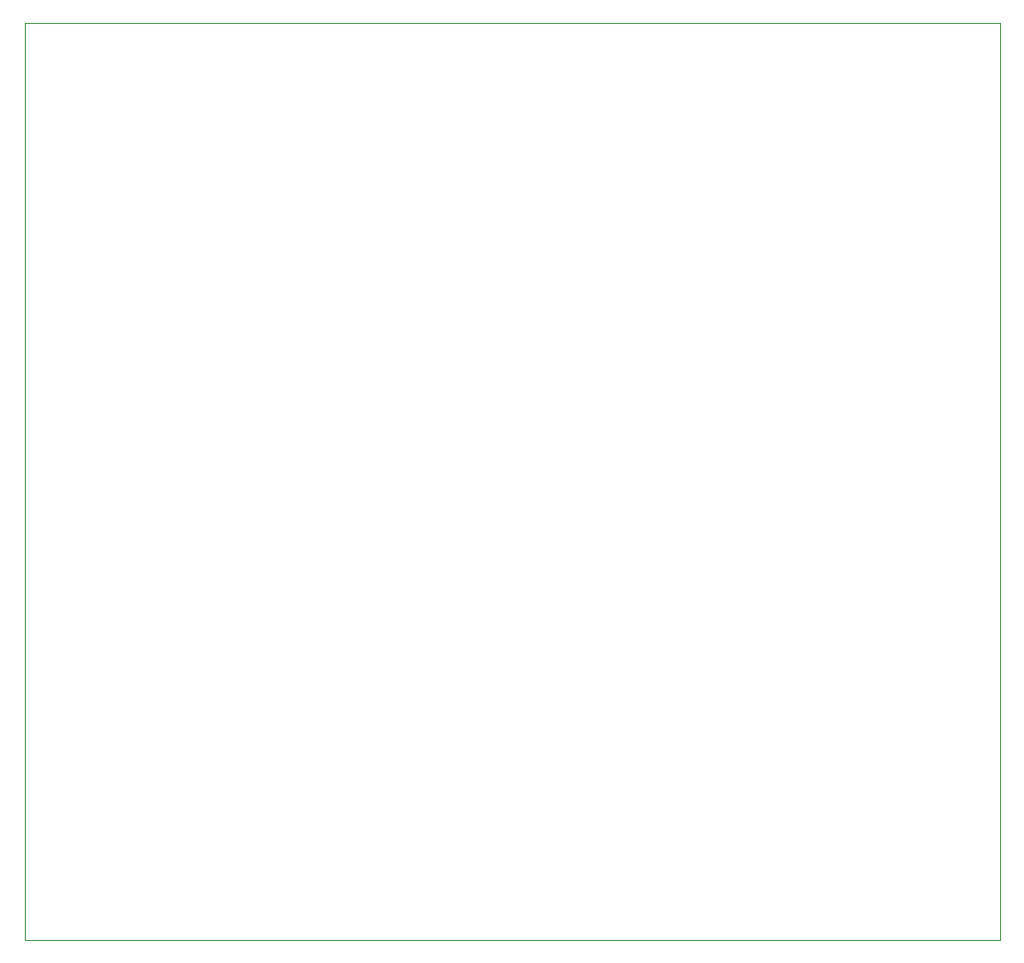
<source format=gbr>
G04 #@! TF.GenerationSoftware,KiCad,Pcbnew,(5.1.0-1546-g4fcfd266e)*
G04 #@! TF.CreationDate,2019-09-02T12:51:06-07:00*
G04 #@! TF.ProjectId,300-1005,3330302d-3130-4303-952e-6b696361645f,rev?*
G04 #@! TF.SameCoordinates,Original*
G04 #@! TF.FileFunction,Profile,NP*
%FSLAX46Y46*%
G04 Gerber Fmt 4.6, Leading zero omitted, Abs format (unit mm)*
G04 Created by KiCad (PCBNEW (5.1.0-1546-g4fcfd266e)) date 2019-09-02 12:51:06*
%MOMM*%
%LPD*%
G04 APERTURE LIST*
%ADD10C,0.050000*%
G04 APERTURE END LIST*
D10*
X193040000Y-101600000D02*
X114300000Y-101600000D01*
X193040000Y-20320000D02*
X193040000Y-101600000D01*
X106680000Y-20320000D02*
X193040000Y-20320000D01*
X106680000Y-101600000D02*
X106680000Y-20320000D01*
X114300000Y-101600000D02*
X106680000Y-101600000D01*
M02*

</source>
